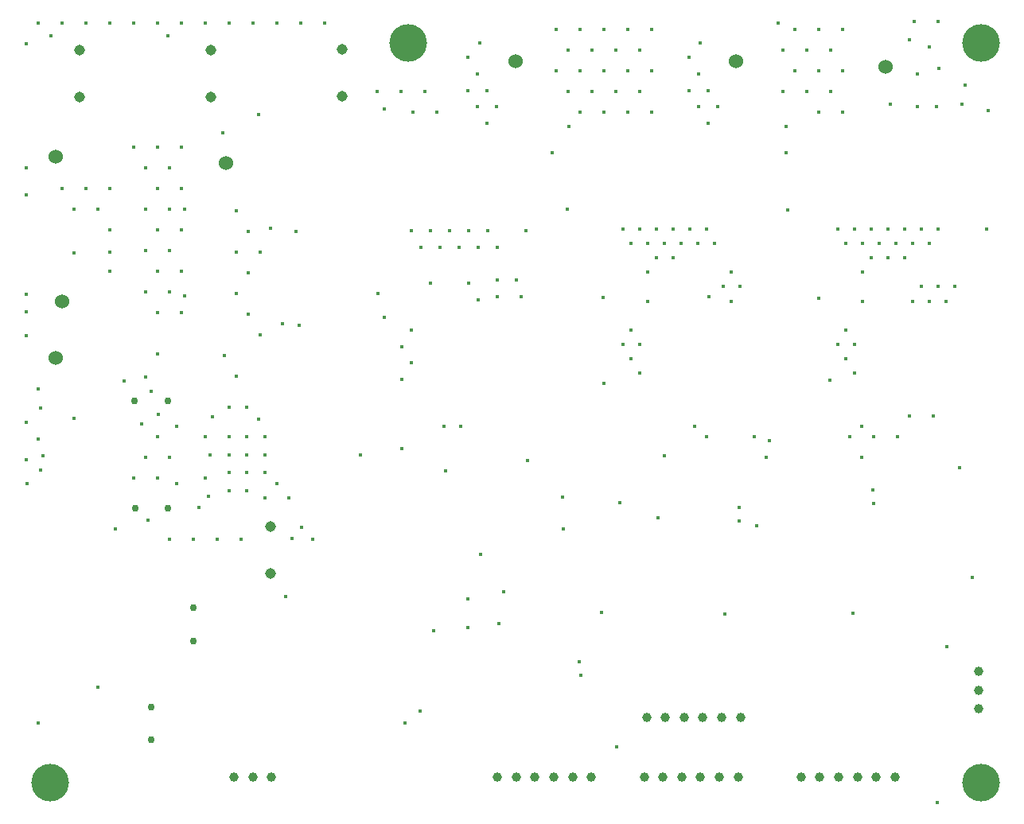
<source format=gbr>
G04 PROTEUS GERBER X2 FILE*
%TF.GenerationSoftware,Labcenter,Proteus,8.7-SP3-Build25561*%
%TF.CreationDate,2021-07-04T19:39:20+00:00*%
%TF.FileFunction,Plated,1,2,PTH*%
%TF.FilePolarity,Positive*%
%TF.Part,Single*%
%TF.SameCoordinates,{804bfe34-88de-486f-8887-f5b9ed786e22}*%
%FSLAX45Y45*%
%MOMM*%
G01*
%TA.AperFunction,MechanicalDrill*%
%ADD151C,0.381000*%
%TA.AperFunction,ViaDrill*%
%ADD152C,0.381000*%
%TA.AperFunction,ComponentDrill*%
%ADD153C,1.524000*%
%TA.AperFunction,ComponentDrill*%
%ADD154C,1.000000*%
%TA.AperFunction,ComponentDrill*%
%ADD155C,1.143000*%
%TA.AperFunction,OtherDrill,Unknown*%
%ADD156C,4.000000*%
%TA.AperFunction,ComponentDrill*%
%ADD157C,0.762000*%
%TD.AperFunction*%
D151*
X+3225800Y+1174750D03*
X+3479800Y+1174750D03*
X+5257800Y+1174750D03*
X+5511800Y+1174750D03*
X+5765800Y+1174750D03*
X+7543800Y+1174750D03*
X+7797800Y+1174750D03*
X+3098800Y+1394720D03*
X+3352800Y+1394720D03*
X+4876800Y+1394720D03*
X+5130800Y+1394720D03*
X+5384800Y+1394720D03*
X+5638800Y+1394720D03*
X+7162800Y+1394720D03*
X+7416800Y+1394720D03*
X+7670800Y+1394720D03*
X+4749800Y+1614690D03*
X+5003800Y+1614690D03*
X+5257800Y+1614690D03*
X+5511800Y+1614690D03*
X+5765800Y+1614690D03*
X+7289800Y+1614690D03*
X+7543800Y+1614690D03*
X+7797800Y+1614690D03*
X+4876800Y+1834660D03*
X+5130800Y+1834660D03*
X+5384800Y+1834660D03*
X+5638800Y+1834660D03*
X+7162800Y+1834660D03*
X+7416800Y+1834660D03*
X+7670800Y+1834660D03*
X+4749800Y+2054630D03*
X+5003800Y+2054630D03*
X+5257800Y+2054630D03*
X+5511800Y+2054630D03*
X+5765800Y+2054630D03*
X+7289800Y+2054630D03*
X+7543800Y+2054630D03*
X+7797800Y+2054630D03*
D152*
X+3213100Y-1497654D03*
X+3111500Y-1321678D03*
X+3213100Y-1145702D03*
X+4127500Y-617774D03*
X+4330700Y-617774D03*
X+3314700Y-265822D03*
X+3517900Y-265822D03*
X+3721100Y-265822D03*
X+3924300Y-265822D03*
X+4127500Y-265822D03*
X+3213100Y-89846D03*
X+3416300Y-89846D03*
X+3619500Y-89846D03*
X+3822700Y-89846D03*
X+4025900Y-89846D03*
X+4432300Y-89846D03*
X+4013200Y+1052310D03*
X+3911600Y+1228286D03*
X+4114800Y+1228286D03*
X+3810000Y+1404262D03*
X+4013200Y+1404262D03*
X+3911600Y+1580238D03*
X+3810000Y+1756214D03*
X+3937000Y+1905000D03*
X+8597900Y+1228286D03*
X+8801100Y+1228286D03*
X+8597900Y+1580238D03*
X+8724900Y+1866900D03*
X+6363969Y+1052310D03*
X+6262369Y+1228286D03*
X+6465569Y+1228286D03*
X+6160769Y+1404262D03*
X+6363969Y+1404262D03*
X+6262369Y+1580238D03*
X+6160769Y+1756214D03*
X+6286500Y+1905000D03*
D151*
X+3111500Y-1673630D03*
X+4127500Y-793750D03*
X+4381500Y-793750D03*
X+5003800Y+1174750D03*
D152*
X-127000Y-4953000D03*
X+1870921Y-3983646D03*
D151*
X+1599186Y-1195100D03*
X+1472186Y-975130D03*
X+1345186Y-755160D03*
X+1472186Y-535190D03*
X+1345186Y-315220D03*
X+1599186Y-315220D03*
X+1472186Y-95250D03*
X+1345186Y+124720D03*
X+1714500Y-63500D03*
X+1206500Y+952500D03*
X+1587500Y+1143000D03*
X-876300Y-2781300D03*
X-889000Y-2526810D03*
X-762000Y-2306840D03*
X-889000Y-2133600D03*
X-381000Y-2086870D03*
X-762000Y-1778000D03*
X-736600Y-1981200D03*
X-889000Y-1206990D03*
X-889000Y-952500D03*
X-889000Y-767050D03*
X-381000Y-327110D03*
X+2844800Y+1394720D03*
X+8305800Y+1257545D03*
X+9067800Y+1257545D03*
X+8509000Y+1943100D03*
X+8559800Y+2137425D03*
X+8813800Y+2137425D03*
D152*
X+5837110Y-3144357D03*
X+2921000Y+1206500D03*
X+4191000Y-3937000D03*
X+3811743Y-4009908D03*
X+3810000Y-4318000D03*
X+2921000Y-1016000D03*
D151*
X+635000Y-3378275D03*
X+889000Y-3378275D03*
X+1143000Y-3378275D03*
X+1397000Y-3378275D03*
X+1943100Y-3365500D03*
X+2159000Y-3378275D03*
X+63500Y-3263900D03*
X+406400Y-3175000D03*
X+1651000Y-2667000D03*
X+1651000Y-2286000D03*
X+1460500Y-2476500D03*
X+952500Y-3035300D03*
X+508000Y-2718365D03*
X+1460500Y-2857500D03*
X+1460500Y-2667000D03*
X+1651000Y-2476500D03*
X+381000Y-2498395D03*
X+381000Y-1651000D03*
X+1270000Y-2476500D03*
X+1270000Y-2667000D03*
X+3111500Y-2413000D03*
X+4445000Y-2540000D03*
X+6985000Y-2498395D03*
X+152400Y-1689100D03*
X+342900Y-2146300D03*
X+508000Y-2278425D03*
X+1016000Y-2278425D03*
X+1270000Y-2278425D03*
X+1270000Y-2857500D03*
X+1270000Y-1968500D03*
X+1460500Y-1968500D03*
X+1460500Y-2286000D03*
X+6858000Y-2278425D03*
X+444500Y-1803400D03*
X+1587500Y-2095500D03*
X+508000Y-1398545D03*
X+508000Y-958605D03*
X+762000Y-958605D03*
X+381000Y-738635D03*
X+635000Y-738635D03*
X+0Y-518665D03*
X+508000Y-518665D03*
X+762000Y-518665D03*
X+381000Y-298695D03*
X+635000Y-298695D03*
X+0Y-78725D03*
X+508000Y-78725D03*
X+762000Y-78725D03*
X-381000Y+141245D03*
X-127000Y+141245D03*
X+381000Y+141245D03*
X+635000Y+141245D03*
X-508000Y+361215D03*
X-254000Y+361215D03*
X+0Y+361215D03*
X+508000Y+361215D03*
X+762000Y+361215D03*
X-889000Y+581185D03*
X+381000Y+581185D03*
X+635000Y+581185D03*
X+254000Y+801155D03*
X+508000Y+801155D03*
X+762000Y+801155D03*
X-889000Y+1901005D03*
X-762000Y+2120975D03*
X-508000Y+2120975D03*
X-254000Y+2120975D03*
X+0Y+2120975D03*
X+254000Y+2120975D03*
X+508000Y+2120975D03*
X+762000Y+2120975D03*
X+1016000Y+2120975D03*
X+1270000Y+2120975D03*
X+1524000Y+2120975D03*
X+1778000Y+2120975D03*
X+2032000Y+2120975D03*
X+2286000Y+2120975D03*
D152*
X+4826045Y-3267760D03*
X+5397500Y-5588000D03*
X+2667000Y-2476500D03*
X+3576345Y-2643122D03*
X+7543800Y-812800D03*
X+8127850Y-2993866D03*
X+4818888Y-2925288D03*
X+5249412Y-804176D03*
X+6696244Y-3035770D03*
X+5257800Y-1714500D03*
X+5905500Y-2489200D03*
X+6698805Y-3180794D03*
D151*
X-736600Y-2641600D03*
X+1054100Y-2921000D03*
X+1651000Y-2938335D03*
X+1905000Y-2938335D03*
X+254000Y-2718365D03*
X+1016000Y-2718365D03*
X+520700Y-2044700D03*
X+635000Y-2498395D03*
X+8001000Y-2498395D03*
X+6350000Y-2278425D03*
X+7874000Y-2278425D03*
X+8128000Y-2278425D03*
X+8382000Y-2278425D03*
X+8509000Y-2058455D03*
X+8763000Y-2058455D03*
X+1345186Y-1635040D03*
X+1218186Y-1415070D03*
X+1980186Y-95250D03*
D152*
X+3944752Y-3532550D03*
D151*
X+3924300Y-823914D03*
X+3416300Y-647938D03*
X+3822700Y-647938D03*
D152*
X+7924800Y-1608885D03*
X+7835900Y-1454906D03*
X+7747000Y-1300927D03*
X+7924800Y-1300927D03*
X+7835900Y-1146948D03*
X+8013700Y-838990D03*
X+8547100Y-838990D03*
X+8724900Y-838990D03*
X+8902700Y-838990D03*
X+8636000Y-685011D03*
X+8813800Y-685011D03*
X+8991600Y-685011D03*
X+8013700Y-531032D03*
X+8102600Y-377053D03*
X+8280400Y-377053D03*
X+8458200Y-377053D03*
X+7835900Y-223074D03*
X+8013700Y-223074D03*
X+8191500Y-223074D03*
X+8369300Y-223074D03*
X+8547100Y-223074D03*
X+8724900Y-223074D03*
X+7747000Y-69095D03*
X+7924800Y-69095D03*
X+8102600Y-69095D03*
X+8280400Y-69095D03*
X+8458200Y-69095D03*
X+8636000Y-69095D03*
X+8813800Y-69095D03*
X+5638800Y-1608885D03*
X+5549900Y-1454906D03*
X+5461000Y-1300927D03*
X+5638800Y-1300927D03*
X+5549900Y-1146948D03*
X+5727700Y-838990D03*
X+6616700Y-838990D03*
X+6527800Y-685011D03*
X+6705600Y-685011D03*
X+5727700Y-531032D03*
X+6616700Y-531032D03*
X+5816600Y-377053D03*
X+5994400Y-377053D03*
X+5549900Y-223074D03*
X+5727700Y-223074D03*
X+5905500Y-223074D03*
X+6083300Y-223074D03*
X+6261100Y-223074D03*
X+6438900Y-223074D03*
X+5461000Y-69095D03*
X+5638800Y-69095D03*
X+5816600Y-69095D03*
X+5994400Y-69095D03*
X+6172200Y-69095D03*
X+6350000Y-69095D03*
X+2044700Y-3246294D03*
X+1092200Y-2070100D03*
X+711200Y-2784357D03*
X+1778000Y-2784357D03*
X+1066800Y-2476399D03*
X+7023100Y-2322420D03*
X+711200Y-2168441D03*
X+3556000Y-2168441D03*
X+3733800Y-2168441D03*
X+6223000Y-2168441D03*
X+8001000Y-2168441D03*
X+800100Y-782630D03*
X+0Y-320693D03*
X+800100Y+141244D03*
X-889000Y+295223D03*
X-622300Y+1988992D03*
X+622300Y+1988992D03*
X+4711700Y+738213D03*
X+7200900Y+738213D03*
X+7112000Y+2124024D03*
X-711200Y-2482816D03*
X+8826500Y+1638300D03*
X+9105900Y+1460500D03*
X+3302000Y-5207000D03*
X+4993399Y-4680922D03*
X+3145817Y-5333103D03*
X+5016500Y-4826000D03*
X+9333632Y-69289D03*
X+4886261Y+1021029D03*
X+4871017Y+140309D03*
X+7200900Y+1016000D03*
X+7216360Y+129270D03*
X+9334500Y-68421D03*
X+9347586Y+1185531D03*
X+5236283Y-4151453D03*
X+8910308Y-4517090D03*
X+9181462Y-3777221D03*
X+3442985Y-4350015D03*
X+4137486Y-4269464D03*
X+1841500Y-1079500D03*
X+2014205Y-1094840D03*
X+5431385Y-2982601D03*
X+2857500Y-762000D03*
X+7664736Y-1676863D03*
X+8118219Y-2853714D03*
X+6883138Y-3230089D03*
X+6375400Y-793750D03*
X+8802625Y-6177544D03*
X-762000Y-5334000D03*
X+9045099Y-2613401D03*
X+6545826Y-4172006D03*
X+7905430Y-4163419D03*
D153*
X+4318000Y+1714500D03*
X+6667500Y+1714500D03*
X+8255000Y+1651000D03*
X-571500Y+698500D03*
X-571500Y-1447800D03*
D154*
X+9245600Y-5181500D03*
X+9245600Y-4981500D03*
X+9245600Y-4781500D03*
X+8356500Y-5905500D03*
X+8156500Y-5905500D03*
X+7956500Y-5905500D03*
X+7756500Y-5905500D03*
X+7556500Y-5905500D03*
X+7356500Y-5905500D03*
D153*
X-510798Y-841109D03*
X+1240380Y+628303D03*
D155*
X+1079500Y+1333500D03*
X+1079500Y+1833500D03*
X-317500Y+1333500D03*
X-317500Y+1833500D03*
X+2476500Y+1337500D03*
X+2476500Y+1837500D03*
D156*
X+9271000Y+1905000D03*
X+3175000Y+1905000D03*
X+9271000Y-5969000D03*
X-635000Y-5969000D03*
D154*
X+4124500Y-5905500D03*
X+4324500Y-5905500D03*
X+4524500Y-5905500D03*
X+4724500Y-5905500D03*
X+4924500Y-5905500D03*
X+5124500Y-5905500D03*
X+5686500Y-5905500D03*
X+5886500Y-5905500D03*
X+6086500Y-5905500D03*
X+6286500Y-5905500D03*
X+6486500Y-5905500D03*
X+6686500Y-5905500D03*
X+5712000Y-5270500D03*
X+5912000Y-5270500D03*
X+6112000Y-5270500D03*
X+6312000Y-5270500D03*
X+6512000Y-5270500D03*
X+6712000Y-5270500D03*
X+1722731Y-5905500D03*
X+1522731Y-5905500D03*
X+1322731Y-5905500D03*
D155*
X+1714500Y-3738500D03*
X+1714500Y-3238500D03*
D157*
X+265500Y-1905000D03*
X+615500Y-1905000D03*
X+269500Y-3048000D03*
X+619500Y-3048000D03*
X+889000Y-4104900D03*
X+889000Y-4454900D03*
X+444500Y-5159000D03*
X+444500Y-5509000D03*
M02*

</source>
